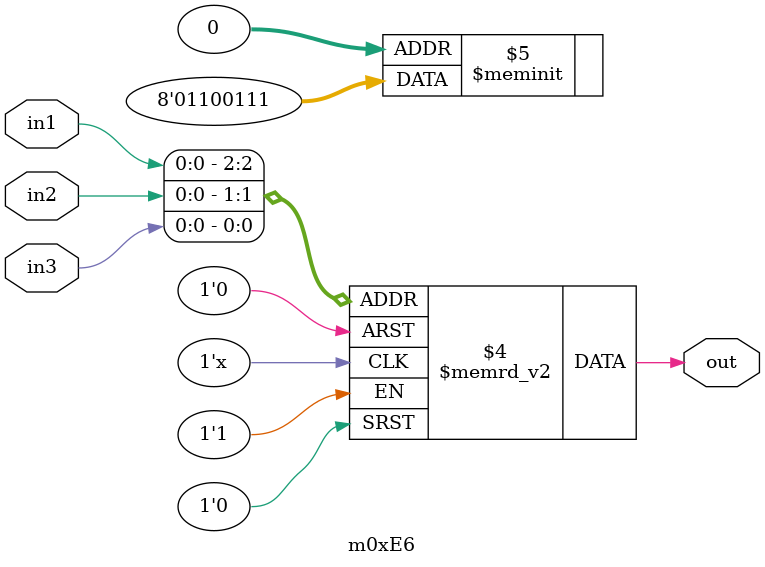
<source format=v>
module m0xE6(output out, input in1, in2, in3);

   always @(in1, in2, in3)
     begin
        case({in1, in2, in3})
          3'b000: {out} = 1'b1;
          3'b001: {out} = 1'b1;
          3'b010: {out} = 1'b1;
          3'b011: {out} = 1'b0;
          3'b100: {out} = 1'b0;
          3'b101: {out} = 1'b1;
          3'b110: {out} = 1'b1;
          3'b111: {out} = 1'b0;
        endcase // case ({in1, in2, in3})
     end // always @ (in1, in2, in3)

endmodule // m0xE6
</source>
